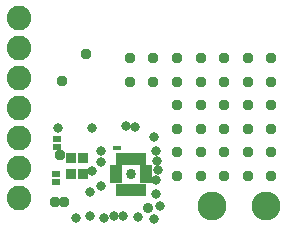
<source format=gbr>
G04 EAGLE Gerber X2 export*
%TF.Part,Single*%
%TF.FileFunction,Soldermask,Bot,1*%
%TF.FilePolarity,Negative*%
%TF.GenerationSoftware,Autodesk,EAGLE,9.0.0*%
%TF.CreationDate,2018-06-20T01:15:49Z*%
G75*
%MOMM*%
%FSLAX34Y34*%
%LPD*%
%AMOC8*
5,1,8,0,0,1.08239X$1,22.5*%
G01*
%ADD10R,0.381000X0.457200*%
%ADD11R,0.803200X0.603200*%
%ADD12C,2.082800*%
%ADD13R,0.503200X1.128200*%
%ADD14R,1.003200X0.503200*%
%ADD15R,0.903200X0.953200*%
%ADD16C,0.812800*%
%ADD17C,0.863600*%
%ADD18C,2.453200*%
%ADD19C,0.959600*%
%ADD20C,0.909600*%


D10*
X57783Y63495D03*
X61085Y63495D03*
D11*
X8197Y64703D03*
X8197Y71703D03*
X7811Y34991D03*
X7811Y41991D03*
D12*
X-23592Y174080D03*
X-23592Y148680D03*
X-23592Y123280D03*
X-23592Y97880D03*
X-23592Y72480D03*
X-23592Y47080D03*
X-23592Y21680D03*
D13*
X61074Y54300D03*
X66074Y54300D03*
X71074Y54300D03*
X76074Y54300D03*
X81074Y54300D03*
D14*
X83824Y46425D03*
X83824Y41425D03*
X83824Y36425D03*
D13*
X81074Y28550D03*
X76074Y28550D03*
X71074Y28550D03*
X66074Y28550D03*
X61074Y28550D03*
D14*
X58324Y36425D03*
X58324Y41425D03*
X58324Y46425D03*
D15*
X30059Y41927D03*
X30059Y55427D03*
X20059Y55427D03*
X20059Y41927D03*
D16*
X90966Y72998D03*
X38089Y80475D03*
X9312Y80632D03*
X66495Y82027D03*
X74386Y81680D03*
X93684Y45471D03*
X93202Y53091D03*
X92615Y61222D03*
X64690Y5768D03*
X92396Y36639D03*
D17*
X71492Y41715D03*
D16*
X46000Y61500D03*
X46000Y51500D03*
X38500Y44000D03*
X46000Y31500D03*
X36000Y26500D03*
X95558Y14913D03*
X36362Y6057D03*
X24372Y4260D03*
D18*
X140000Y15000D03*
D19*
X33000Y143000D03*
X70000Y140000D03*
X90000Y140000D03*
X110000Y140000D03*
X130000Y140000D03*
X150000Y140000D03*
X170000Y140000D03*
X190000Y140000D03*
X70000Y120000D03*
X90000Y120000D03*
X110000Y120000D03*
X130000Y120000D03*
X150000Y120000D03*
X170000Y120000D03*
X190000Y120000D03*
X190000Y100000D03*
X190000Y80000D03*
X170000Y100000D03*
X110000Y100000D03*
X130000Y100000D03*
X150000Y100000D03*
X150000Y80000D03*
X130000Y80000D03*
X110000Y80000D03*
X110000Y60000D03*
X130000Y60000D03*
X150000Y60000D03*
X170000Y60000D03*
X170000Y80000D03*
X190000Y60000D03*
X190000Y40000D03*
X170000Y40000D03*
X150000Y40000D03*
X130000Y40000D03*
X110000Y40000D03*
X14651Y17935D03*
X6585Y17628D03*
D20*
X85493Y12696D03*
D16*
X90593Y3822D03*
D19*
X11000Y57397D03*
X12835Y120835D03*
D16*
X48613Y4541D03*
X77104Y5134D03*
D18*
X185000Y15000D03*
D16*
X56502Y6055D03*
X92083Y24841D03*
M02*

</source>
